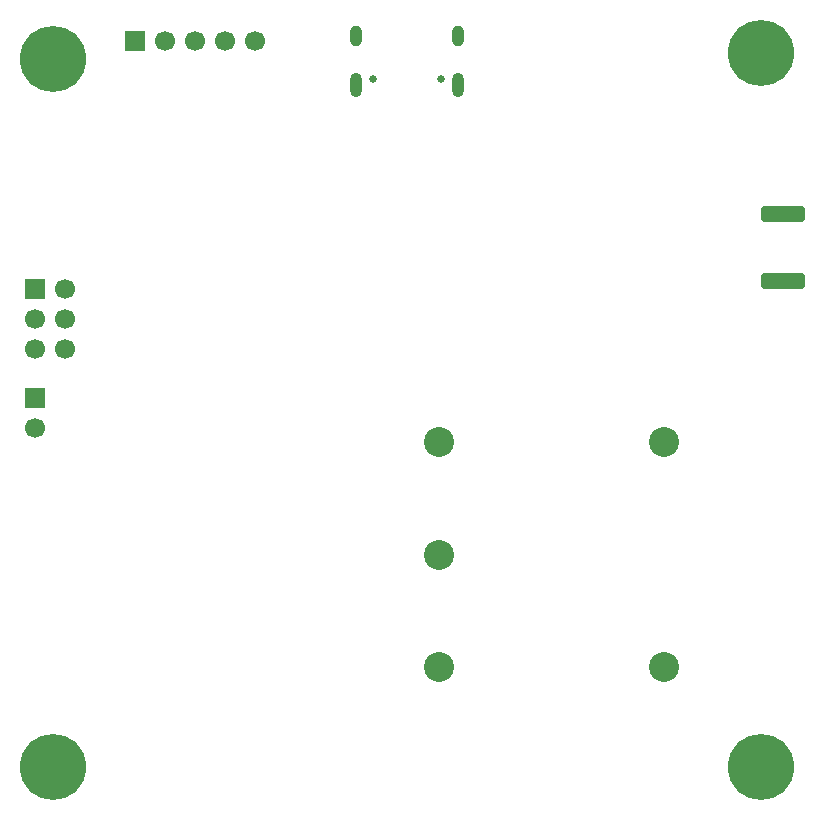
<source format=gbr>
%TF.GenerationSoftware,KiCad,Pcbnew,9.0.4*%
%TF.CreationDate,2025-10-02T19:52:11+02:00*%
%TF.ProjectId,gpsdo,67707364-6f2e-46b6-9963-61645f706362,rev?*%
%TF.SameCoordinates,Original*%
%TF.FileFunction,Soldermask,Bot*%
%TF.FilePolarity,Negative*%
%FSLAX46Y46*%
G04 Gerber Fmt 4.6, Leading zero omitted, Abs format (unit mm)*
G04 Created by KiCad (PCBNEW 9.0.4) date 2025-10-02 19:52:11*
%MOMM*%
%LPD*%
G01*
G04 APERTURE LIST*
G04 Aperture macros list*
%AMRoundRect*
0 Rectangle with rounded corners*
0 $1 Rounding radius*
0 $2 $3 $4 $5 $6 $7 $8 $9 X,Y pos of 4 corners*
0 Add a 4 corners polygon primitive as box body*
4,1,4,$2,$3,$4,$5,$6,$7,$8,$9,$2,$3,0*
0 Add four circle primitives for the rounded corners*
1,1,$1+$1,$2,$3*
1,1,$1+$1,$4,$5*
1,1,$1+$1,$6,$7*
1,1,$1+$1,$8,$9*
0 Add four rect primitives between the rounded corners*
20,1,$1+$1,$2,$3,$4,$5,0*
20,1,$1+$1,$4,$5,$6,$7,0*
20,1,$1+$1,$6,$7,$8,$9,0*
20,1,$1+$1,$8,$9,$2,$3,0*%
G04 Aperture macros list end*
%ADD10R,1.700000X1.700000*%
%ADD11C,1.700000*%
%ADD12C,5.600000*%
%ADD13C,3.600000*%
%ADD14RoundRect,0.250000X1.600000X-0.425000X1.600000X0.425000X-1.600000X0.425000X-1.600000X-0.425000X0*%
%ADD15O,1.000000X1.800000*%
%ADD16O,1.000000X2.100000*%
%ADD17C,0.650000*%
%ADD18C,2.540000*%
G04 APERTURE END LIST*
D10*
%TO.C,J7*%
X119750000Y-68250000D03*
D11*
X122290000Y-68250000D03*
X124830000Y-68250000D03*
X127370000Y-68250000D03*
X129910000Y-68250000D03*
%TD*%
D12*
%TO.C,REF\u002A\u002A*%
X112750000Y-69750000D03*
D13*
X112750000Y-69750000D03*
%TD*%
D11*
%TO.C,J1*%
X111250000Y-101015000D03*
D10*
X111250000Y-98475000D03*
%TD*%
D14*
%TO.C,J5*%
X174587500Y-88575000D03*
X174587500Y-82925000D03*
%TD*%
D12*
%TO.C,REF\u002A\u002A*%
X172750000Y-129750000D03*
D13*
X172750000Y-129750000D03*
%TD*%
D15*
%TO.C,J3*%
X138430000Y-67800000D03*
D16*
X138430000Y-72000000D03*
D15*
X147070000Y-67800000D03*
D16*
X147070000Y-72000000D03*
D17*
X139860000Y-71480000D03*
X145640000Y-71480000D03*
%TD*%
D12*
%TO.C,REF\u002A\u002A*%
X172750000Y-69250000D03*
D13*
X172750000Y-69250000D03*
%TD*%
D12*
%TO.C,REF\u002A\u002A*%
X112750000Y-129750000D03*
D13*
X112750000Y-129750000D03*
%TD*%
D11*
%TO.C,J2*%
X113790000Y-94357500D03*
X111250000Y-94357500D03*
X113790000Y-91817500D03*
X111250000Y-91817500D03*
X113790000Y-89277500D03*
D10*
X111250000Y-89277500D03*
%TD*%
D18*
%TO.C,OSC5A2B1*%
X164500000Y-102225000D03*
X164500000Y-121275000D03*
X145450000Y-121275000D03*
X145450000Y-111750000D03*
X145450000Y-102225000D03*
%TD*%
M02*

</source>
